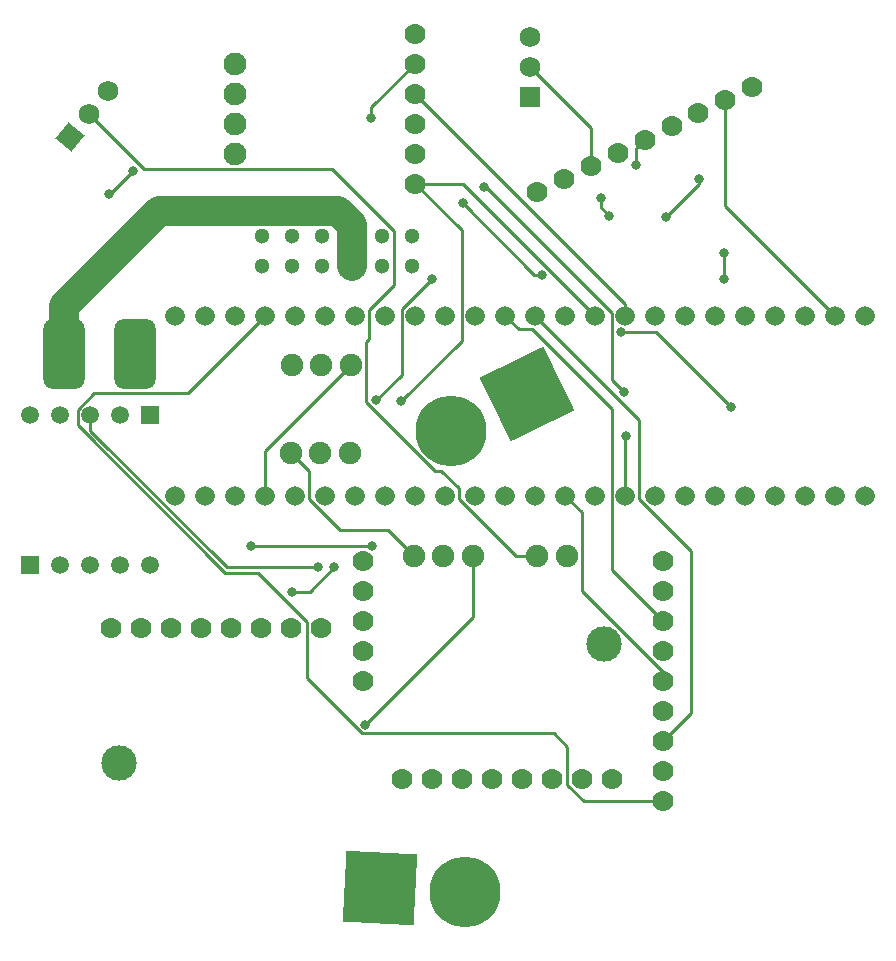
<source format=gtl>
%TF.GenerationSoftware,KiCad,Pcbnew,7.0.9*%
%TF.CreationDate,2024-01-17T22:54:14-05:00*%
%TF.ProjectId,payload24,7061796c-6f61-4643-9234-2e6b69636164,2*%
%TF.SameCoordinates,Original*%
%TF.FileFunction,Copper,L1,Top*%
%TF.FilePolarity,Positive*%
%FSLAX46Y46*%
G04 Gerber Fmt 4.6, Leading zero omitted, Abs format (unit mm)*
G04 Created by KiCad (PCBNEW 7.0.9) date 2024-01-17 22:54:14*
%MOMM*%
%LPD*%
G01*
G04 APERTURE LIST*
G04 Aperture macros list*
%AMRoundRect*
0 Rectangle with rounded corners*
0 $1 Rounding radius*
0 $2 $3 $4 $5 $6 $7 $8 $9 X,Y pos of 4 corners*
0 Add a 4 corners polygon primitive as box body*
4,1,4,$2,$3,$4,$5,$6,$7,$8,$9,$2,$3,0*
0 Add four circle primitives for the rounded corners*
1,1,$1+$1,$2,$3*
1,1,$1+$1,$4,$5*
1,1,$1+$1,$6,$7*
1,1,$1+$1,$8,$9*
0 Add four rect primitives between the rounded corners*
20,1,$1+$1,$2,$3,$4,$5,0*
20,1,$1+$1,$4,$5,$6,$7,0*
20,1,$1+$1,$6,$7,$8,$9,0*
20,1,$1+$1,$8,$9,$2,$3,0*%
%AMRotRect*
0 Rectangle, with rotation*
0 The origin of the aperture is its center*
0 $1 length*
0 $2 width*
0 $3 Rotation angle, in degrees counterclockwise*
0 Add horizontal line*
21,1,$1,$2,0,0,$3*%
G04 Aperture macros list end*
%TA.AperFunction,ComponentPad*%
%ADD10C,1.778000*%
%TD*%
%TA.AperFunction,ComponentPad*%
%ADD11C,3.000000*%
%TD*%
%TA.AperFunction,ComponentPad*%
%ADD12C,1.905000*%
%TD*%
%TA.AperFunction,ComponentPad*%
%ADD13RoundRect,0.875000X0.875000X-2.125000X0.875000X2.125000X-0.875000X2.125000X-0.875000X-2.125000X0*%
%TD*%
%TA.AperFunction,ComponentPad*%
%ADD14C,6.000000*%
%TD*%
%TA.AperFunction,ComponentPad*%
%ADD15RotRect,6.000000X6.000000X206.000000*%
%TD*%
%TA.AperFunction,ComponentPad*%
%ADD16R,1.508000X1.508000*%
%TD*%
%TA.AperFunction,ComponentPad*%
%ADD17C,1.508000*%
%TD*%
%TA.AperFunction,ComponentPad*%
%ADD18C,1.930400*%
%TD*%
%TA.AperFunction,ComponentPad*%
%ADD19C,1.300000*%
%TD*%
%TA.AperFunction,ComponentPad*%
%ADD20RotRect,6.000000X6.000000X357.000000*%
%TD*%
%TA.AperFunction,ComponentPad*%
%ADD21RotRect,1.755000X1.755000X51.000000*%
%TD*%
%TA.AperFunction,ComponentPad*%
%ADD22C,1.755000*%
%TD*%
%TA.AperFunction,ComponentPad*%
%ADD23C,1.665000*%
%TD*%
%TA.AperFunction,ComponentPad*%
%ADD24R,1.755000X1.755000*%
%TD*%
%TA.AperFunction,ViaPad*%
%ADD25C,0.800000*%
%TD*%
%TA.AperFunction,Conductor*%
%ADD26C,0.250000*%
%TD*%
%TA.AperFunction,Conductor*%
%ADD27C,2.540000*%
%TD*%
G04 APERTURE END LIST*
D10*
%TO.P,U8,1,Vin*%
%TO.N,3.3V-Teensy*%
X54344518Y-77134565D03*
%TO.P,U8,2,3Vo*%
%TO.N,unconnected-(U8-3Vo-Pad2)*%
X51804518Y-77134565D03*
%TO.P,U8,3,GND*%
%TO.N,GND - NMOS1*%
X49264518Y-77134565D03*
%TO.P,U8,4,SCL*%
%TO.N,SCL1*%
X46724518Y-77134565D03*
%TO.P,U8,5,SDO*%
%TO.N,unconnected-(U8-SDO-Pad5)*%
X44184518Y-77134565D03*
%TO.P,U8,6,SDA*%
%TO.N,SDA1*%
X41644518Y-77134565D03*
%TO.P,U8,7,CS*%
%TO.N,unconnected-(U8-CS-Pad7)*%
X39104518Y-77134565D03*
%TO.P,U8,8,INT*%
%TO.N,unconnected-(U8-INT-Pad8)*%
X36564518Y-77134565D03*
D11*
%TO.P,U8,P$1*%
%TO.N,N/C*%
X37199518Y-88564565D03*
%TD*%
D12*
%TO.P,J4,1,___PWM*%
%TO.N,/Open Signal*%
X51770372Y-62293844D03*
%TO.P,J4,2,___+*%
%TO.N,5V-Power Reg.*%
X54270372Y-62293844D03*
%TO.P,J4,3,___-*%
%TO.N,GND - NMOS1*%
X56770372Y-62293844D03*
%TD*%
D10*
%TO.P,U2,1,Vin*%
%TO.N,3.3V-Trinket*%
X61159000Y-89914000D03*
%TO.P,U2,2,3Vo*%
%TO.N,unconnected-(U2-3Vo-Pad2)*%
X63699000Y-89914000D03*
%TO.P,U2,3,GND*%
%TO.N,GND*%
X66239000Y-89914000D03*
%TO.P,U2,4,SCL*%
%TO.N,SCL3*%
X68779000Y-89914000D03*
%TO.P,U2,5,SDO*%
%TO.N,unconnected-(U2-SDO-Pad5)*%
X71319000Y-89914000D03*
%TO.P,U2,6,SDA*%
%TO.N,SDA3*%
X73859000Y-89914000D03*
%TO.P,U2,7,CS*%
%TO.N,unconnected-(U2-CS-Pad7)*%
X76399000Y-89914000D03*
%TO.P,U2,8,INT*%
%TO.N,unconnected-(U2-INT-Pad8)*%
X78939000Y-89914000D03*
D11*
%TO.P,U2,P$1*%
%TO.N,N/C*%
X78304000Y-78484000D03*
%TD*%
D13*
%TO.P,SW1,1,A*%
%TO.N,/.1in*%
X32532800Y-53950000D03*
%TO.P,SW1,2,B*%
%TO.N,/22.2V*%
X38526413Y-53950000D03*
%TD*%
D14*
%TO.P,U7,N,-*%
%TO.N,GND - NMOS1*%
X65320253Y-60498163D03*
D15*
%TO.P,U7,P,+*%
%TO.N,/22.2V*%
X71791571Y-57341891D03*
%TD*%
D16*
%TO.P,U13,1,BAT*%
%TO.N,5V-Power Reg.*%
X29699294Y-71810130D03*
D17*
%TO.P,U13,2,GND*%
%TO.N,GND*%
X32239294Y-71810130D03*
%TO.P,U13,3,4*%
%TO.N,unconnected-(U13-4-Pad3)*%
X34779294Y-71810130D03*
%TO.P,U13,4,3*%
%TO.N,unconnected-(U13-3-Pad4)*%
X37319294Y-71810130D03*
%TO.P,U13,5,RST*%
%TO.N,unconnected-(U13-RST-Pad5)*%
X39859294Y-71810130D03*
%TO.P,U13,6,USB*%
%TO.N,unconnected-(U13-USB-Pad6)*%
X29699294Y-59135130D03*
%TO.P,U13,7,0*%
%TO.N,SDA3*%
X32239294Y-59135130D03*
%TO.P,U13,8,1*%
%TO.N,SCL3*%
X34779294Y-59135130D03*
%TO.P,U13,9,2*%
%TO.N,Power Signal*%
X37319294Y-59135130D03*
D16*
%TO.P,U13,10,3V*%
%TO.N,3.3V-Trinket*%
X39859294Y-59135130D03*
%TD*%
D12*
%TO.P,J3,1,1*%
%TO.N,GND - NMOS2*%
X72610880Y-71074127D03*
%TO.P,J3,2,2*%
%TO.N,5V-Power Reg.*%
X75110880Y-71074127D03*
%TD*%
D10*
%TO.P,U3,1,PPS*%
%TO.N,unconnected-(U3-PPS-Pad1)*%
X72577881Y-40236034D03*
%TO.P,U3,2,VIN*%
%TO.N,3.3V-Teensy1*%
X74860817Y-39122571D03*
%TO.P,U3,3,GND*%
%TO.N,GND - NMOS1*%
X77143754Y-38009108D03*
%TO.P,U3,4,RX*%
%TO.N,RX1*%
X79426691Y-36895646D03*
%TO.P,U3,5,TX*%
%TO.N,TX1*%
X81709628Y-35782183D03*
%TO.P,U3,6,FIX*%
%TO.N,unconnected-(U3-FIX-Pad6)*%
X83992565Y-34668720D03*
%TO.P,U3,7,VBAT*%
%TO.N,unconnected-(U3-VBAT-Pad7)*%
X86275502Y-33555258D03*
%TO.P,U3,8,EN*%
%TO.N,EN1*%
X88558439Y-32441795D03*
%TO.P,U3,9,3.3V*%
%TO.N,unconnected-(U3-3.3V-Pad9)*%
X90841376Y-31328332D03*
%TD*%
%TO.P,U14,1,Vin*%
%TO.N,3.3V-Teensy*%
X62259239Y-39521461D03*
%TO.P,U14,2,3v*%
%TO.N,unconnected-(U14-3v-Pad2)*%
X62259239Y-36981461D03*
%TO.P,U14,3,GND*%
%TO.N,GND - NMOS1*%
X62259239Y-34441461D03*
%TO.P,U14,4,SCL*%
%TO.N,SCL2*%
X62259239Y-31901461D03*
%TO.P,U14,5,SDA*%
%TO.N,SDA2*%
X62259239Y-29361461D03*
%TO.P,U14,6,RST*%
%TO.N,RST2*%
X62259239Y-26821461D03*
D18*
%TO.P,U14,7,INT*%
%TO.N,unconnected-(U14-INT-Pad7)*%
X47019239Y-36981461D03*
%TO.P,U14,8,ADR*%
%TO.N,unconnected-(U14-ADR-Pad8)*%
X47019239Y-34441461D03*
%TO.P,U14,9,PS0*%
%TO.N,unconnected-(U14-PS0-Pad9)*%
X47019239Y-31901461D03*
%TO.P,U14,10,PS1*%
%TO.N,unconnected-(U14-PS1-Pad10)*%
X47019239Y-29361461D03*
%TD*%
D12*
%TO.P,J1,1,___PWM*%
%TO.N,/Retention  Signal*%
X56826723Y-54902201D03*
%TO.P,J1,2,___+*%
%TO.N,5V-Power Reg.*%
X54326723Y-54902201D03*
%TO.P,J1,3,___-*%
%TO.N,GND - NMOS1*%
X51826723Y-54902201D03*
%TD*%
%TO.P,J2,1,___PWM*%
%TO.N,/Open Signal*%
X62148487Y-71024550D03*
%TO.P,J2,2,___+*%
%TO.N,5V-Power Reg.*%
X64648487Y-71024550D03*
%TO.P,J2,3,___-*%
%TO.N,GND - NMOS1*%
X67148487Y-71024550D03*
%TD*%
D10*
%TO.P,U4,1,VIN*%
%TO.N,5V-Power Reg.*%
X83252577Y-71461024D03*
%TO.P,U4,2,GND*%
%TO.N,GND - NMOS1*%
X83252577Y-74001024D03*
%TO.P,U4,3,EN*%
%TO.N,EN2*%
X83252577Y-76541024D03*
%TO.P,U4,4,G0*%
%TO.N,G0*%
X83252577Y-79081024D03*
%TO.P,U4,5,SCK*%
%TO.N,SCK*%
X83252577Y-81621024D03*
%TO.P,U4,6,MISO*%
%TO.N,MISO*%
X83252577Y-84161024D03*
%TO.P,U4,7,MOSI*%
%TO.N,MOSI*%
X83252577Y-86701024D03*
%TO.P,U4,8,CS*%
%TO.N,CS*%
X83252577Y-89241024D03*
%TO.P,U4,9,RST*%
%TO.N,RST3*%
X83252577Y-91781024D03*
%TO.P,U4,10,G1*%
%TO.N,unconnected-(U4-G1-Pad10)*%
X57852577Y-71461024D03*
%TO.P,U4,11,G2*%
%TO.N,unconnected-(U4-G2-Pad11)*%
X57852577Y-74001024D03*
%TO.P,U4,12,G3*%
%TO.N,unconnected-(U4-G3-Pad12)*%
X57852577Y-76541024D03*
%TO.P,U4,13,G4*%
%TO.N,unconnected-(U4-G4-Pad13)*%
X57852577Y-79081024D03*
%TO.P,U4,14,G5*%
%TO.N,unconnected-(U4-G5-Pad14)*%
X57852577Y-81621024D03*
%TD*%
D19*
%TO.P,U5,1,PG*%
%TO.N,unconnected-(U5-PG-Pad1)*%
X62029875Y-43918660D03*
%TO.P,U5,2,EN*%
%TO.N,unconnected-(U5-EN-Pad2)*%
X62029875Y-46458660D03*
%TO.P,U5,3,VRP*%
%TO.N,unconnected-(U5-VRP-Pad3)*%
X59489875Y-46458660D03*
X59489875Y-43918660D03*
%TO.P,U5,4,VIN*%
%TO.N,/.1in*%
X56949875Y-46458660D03*
X56949875Y-43918660D03*
%TO.P,U5,5,GND*%
%TO.N,GND*%
X54409875Y-46458660D03*
X54409875Y-43918660D03*
X51869875Y-46458660D03*
X51869875Y-43918660D03*
%TO.P,U5,6,VOUT*%
%TO.N,5V-Power Reg.*%
X49329875Y-46458660D03*
X49329875Y-43918660D03*
%TD*%
D14*
%TO.P,U6,N,-*%
%TO.N,GND*%
X66491412Y-99531528D03*
D20*
%TO.P,U6,P,+*%
%TO.N,/22.2V*%
X59301280Y-99154710D03*
%TD*%
D21*
%TO.P,Q2,1*%
%TO.N,Net-(Q2-Pad1)*%
X33094386Y-35601866D03*
D22*
%TO.P,Q2,2*%
%TO.N,GND - NMOS2*%
X34692860Y-33627915D03*
%TO.P,Q2,3*%
%TO.N,GND*%
X36291334Y-31653964D03*
%TD*%
D23*
%TO.P,U1,0,PWM|CRX2|CS1|RX1*%
%TO.N,RX1*%
X44517848Y-50719301D03*
%TO.P,U1,1,PWM|CTX2|MISO1|TX1*%
%TO.N,TX1*%
X47057848Y-50719301D03*
%TO.P,U1,2,PWM|OUT2*%
%TO.N,RST3*%
X49597848Y-50719301D03*
%TO.P,U1,3,PWM|LRCLK2*%
%TO.N,unconnected-(U1-PWM|LRCLK2-Pad3)*%
X52137848Y-50719301D03*
%TO.P,U1,3.3V1,3.3V*%
%TO.N,3.3V-Teensy*%
X77537848Y-50719301D03*
%TO.P,U1,3.3V2,3.3V(250mA_max)*%
%TO.N,3.3V-Teensy1*%
X47057848Y-65959301D03*
%TO.P,U1,4,PWM|BCLK2*%
%TO.N,unconnected-(U1-PWM|BCLK2-Pad4)*%
X54677848Y-50719301D03*
%TO.P,U1,5,PWM|IN2*%
%TO.N,unconnected-(U1-PWM|IN2-Pad5)*%
X57217848Y-50719301D03*
%TO.P,U1,6,PWM|OUT1D*%
%TO.N,unconnected-(U1-PWM|OUT1D-Pad6)*%
X59757848Y-50719301D03*
%TO.P,U1,7,PWM|OUT1A|RX2*%
%TO.N,unconnected-(U1-PWM|OUT1A|RX2-Pad7)*%
X62297848Y-50719301D03*
%TO.P,U1,8,PWM|IN1|TX2*%
%TO.N,unconnected-(U1-PWM|IN1|TX2-Pad8)*%
X64837848Y-50719301D03*
%TO.P,U1,9,PWM|OUT1C*%
%TO.N,unconnected-(U1-PWM|OUT1C-Pad9)*%
X67377848Y-50719301D03*
%TO.P,U1,10,PWM|MQSR|CS*%
%TO.N,EN2*%
X69917848Y-50719301D03*
%TO.P,U1,11,PWM|CTX1|MOSI*%
%TO.N,MOSI*%
X72457848Y-50719301D03*
%TO.P,U1,12,PWM|MQSL|MISO*%
%TO.N,MISO*%
X74997848Y-50719301D03*
%TO.P,U1,13,(LED)SCK*%
%TO.N,SCK*%
X74997848Y-65959301D03*
%TO.P,U1,14,A0|TX3|S/PDIF_OUT|PWM*%
%TO.N,/Open Signal*%
X72457848Y-65959301D03*
%TO.P,U1,15,A1|RX3|S/PDIF_IN|PWM*%
%TO.N,unconnected-(U1-A1|RX3|S{slash}PDIF_IN|PWM-Pad15)*%
X69917848Y-65959301D03*
%TO.P,U1,16,A2|RX4|SCL1*%
%TO.N,SCL1*%
X67377848Y-65959301D03*
%TO.P,U1,17,A3|TX4|SDA1*%
%TO.N,SDA1*%
X64837848Y-65959301D03*
%TO.P,U1,18,A4|SDA|PWM*%
%TO.N,unconnected-(U1-A4|SDA|PWM-Pad18)*%
X62297848Y-65959301D03*
%TO.P,U1,19,A5|SCL|PWM*%
%TO.N,unconnected-(U1-A5|SCL|PWM-Pad19)*%
X59757848Y-65959301D03*
%TO.P,U1,20,A6|TX5|LRCLK1*%
%TO.N,unconnected-(U1-A6|TX5|LRCLK1-Pad20)*%
X57217848Y-65959301D03*
%TO.P,U1,21,A7|RX5|BCLK1*%
%TO.N,unconnected-(U1-A7|RX5|BCLK1-Pad21)*%
X54677848Y-65959301D03*
%TO.P,U1,22,A8|CTX1|PWM*%
%TO.N,unconnected-(U1-A8|CTX1|PWM-Pad22)*%
X52137848Y-65959301D03*
%TO.P,U1,23,A9|CRX1|MCLK1|PWM*%
%TO.N,/Retention  Signal*%
X49597848Y-65959301D03*
%TO.P,U1,24,PWM|SCL2|TX6|A10*%
%TO.N,SCL2*%
X80077848Y-50719301D03*
%TO.P,U1,25,PWM|SDA2|RX6|A11*%
%TO.N,SDA2*%
X82617848Y-50719301D03*
%TO.P,U1,26,MOSI1|A12*%
%TO.N,unconnected-(U1-MOSI1|A12-Pad26)*%
X85157848Y-50719301D03*
%TO.P,U1,27,SCK1|A13*%
%TO.N,unconnected-(U1-SCK1|A13-Pad27)*%
X87697848Y-50719301D03*
%TO.P,U1,28,PWM|RX7*%
%TO.N,PixHawk Signal*%
X90237848Y-50719301D03*
%TO.P,U1,29,PWM|TX7*%
%TO.N,unconnected-(U1-PWM|TX7-Pad29)*%
X92777848Y-50719301D03*
%TO.P,U1,30,CRX3*%
%TO.N,G0*%
X95317848Y-50719301D03*
%TO.P,U1,31,CTX3*%
%TO.N,EN1*%
X97857848Y-50719301D03*
%TO.P,U1,32,OUT1B*%
%TO.N,unconnected-(U1-OUT1B-Pad32)*%
X100397848Y-50719301D03*
%TO.P,U1,33,MCLK2|PWM*%
%TO.N,unconnected-(U1-MCLK2|PWM-Pad33)*%
X100397848Y-65959301D03*
%TO.P,U1,34,RX8*%
%TO.N,unconnected-(U1-RX8-Pad34)*%
X97857848Y-65959301D03*
%TO.P,U1,35,TX8*%
%TO.N,unconnected-(U1-TX8-Pad35)*%
X95317848Y-65959301D03*
%TO.P,U1,36,CS|PWM*%
%TO.N,CS*%
X92777848Y-65959301D03*
%TO.P,U1,37,CS|PWM*%
%TO.N,unconnected-(U1-CS|PWM-Pad37)*%
X90237848Y-65959301D03*
%TO.P,U1,38,A14|CS1|IN1*%
%TO.N,unconnected-(U1-A14|CS1|IN1-Pad38)*%
X87697848Y-65959301D03*
%TO.P,U1,39,A15|MISO1|OUT1A*%
%TO.N,unconnected-(U1-A15|MISO1|OUT1A-Pad39)*%
X85157848Y-65959301D03*
%TO.P,U1,40,A16*%
%TO.N,unconnected-(U1-A16-Pad40)*%
X82617848Y-65959301D03*
%TO.P,U1,41,A17*%
%TO.N,RST2*%
X80077848Y-65959301D03*
%TO.P,U1,GND1,GND*%
%TO.N,GND - NMOS1*%
X41977848Y-50719301D03*
%TO.P,U1,GND2,GND*%
X77537848Y-65959301D03*
%TO.P,U1,GND3,GND*%
X44517848Y-65959301D03*
%TO.P,U1,Vin,Vin(3.6to5.5volts)*%
%TO.N,5V-Power Reg.*%
X41977848Y-65959301D03*
%TD*%
D24*
%TO.P,Q1,1*%
%TO.N,Net-(Q1-Pad1)*%
X72010000Y-32190000D03*
D22*
%TO.P,Q1,2*%
%TO.N,GND - NMOS1*%
X72010000Y-29650000D03*
%TO.P,Q1,3*%
%TO.N,GND*%
X72010000Y-27110000D03*
%TD*%
D25*
%TO.N,GND - NMOS1*%
X58082333Y-85317667D03*
%TO.N,Net-(Q1-Pad1)*%
X78690000Y-42242175D03*
X77980000Y-40750000D03*
%TO.N,Net-(Q2-Pad1)*%
X86340000Y-39140000D03*
X83500000Y-42350000D03*
%TO.N,PixHawk Signal*%
X88440000Y-47570000D03*
X88470000Y-45410000D03*
%TO.N,RX1*%
X38410000Y-38440000D03*
X36390000Y-40420000D03*
%TO.N,TX1*%
X80990000Y-37910000D03*
%TO.N,3.3V-Teensy*%
X61130000Y-57890000D03*
%TO.N,3.3V-Teensy1*%
X63690000Y-47605500D03*
X59002214Y-57857786D03*
%TO.N,MISO*%
X79714742Y-52104504D03*
X89070000Y-58470000D03*
%TO.N,SDA1*%
X48425998Y-70214002D03*
X58603707Y-70175940D03*
%TO.N,SCL1*%
X55420000Y-72005500D03*
X51820000Y-74080000D03*
%TO.N,SDA2*%
X73020000Y-47230000D03*
X66310000Y-41160000D03*
X58590000Y-33990000D03*
%TO.N,RST2*%
X68110000Y-39790000D03*
X80000000Y-57200000D03*
X80150000Y-60890000D03*
%TO.N,SCL3*%
X54100000Y-72010000D03*
%TD*%
D26*
%TO.N,/Retention  Signal*%
X56826723Y-54902201D02*
X49597848Y-62131076D01*
X49597848Y-62131076D02*
X49597848Y-65959301D01*
%TO.N,GND - NMOS1*%
X77143754Y-34783754D02*
X72010000Y-29650000D01*
X77143754Y-38009108D02*
X77143754Y-34783754D01*
X67148487Y-76251513D02*
X67148487Y-71024550D01*
X58082333Y-85317667D02*
X67148487Y-76251513D01*
%TO.N,/Open Signal*%
X59983937Y-68860000D02*
X62148487Y-71024550D01*
X53295348Y-63818820D02*
X53295348Y-66213754D01*
X51770372Y-62293844D02*
X53295348Y-63818820D01*
X53295348Y-66213754D02*
X55941594Y-68860000D01*
X55941594Y-68860000D02*
X59983937Y-68860000D01*
%TO.N,GND - NMOS2*%
X55221735Y-38271661D02*
X60480000Y-43529926D01*
X58104223Y-57984394D02*
X58104223Y-54590000D01*
X58375348Y-50239848D02*
X58375348Y-52664652D01*
X65995348Y-65328511D02*
X64490000Y-63823163D01*
X72610880Y-71074127D02*
X70855721Y-71074127D01*
X65995348Y-66213754D02*
X65995348Y-65328511D01*
X39336606Y-38271661D02*
X55221735Y-38271661D01*
X58110000Y-54584223D02*
X58104223Y-54590000D01*
X34692860Y-33627915D02*
X39336606Y-38271661D01*
X58375348Y-52664652D02*
X58110000Y-52930000D01*
X70855721Y-71074127D02*
X65995348Y-66213754D01*
X63942992Y-63823163D02*
X58104223Y-57984394D01*
X58110000Y-54584223D02*
X58110000Y-52930000D01*
X60480000Y-48135196D02*
X58375348Y-50239848D01*
X64490000Y-63823163D02*
X63942992Y-63823163D01*
X60480000Y-43529926D02*
X60480000Y-48135196D01*
%TO.N,Net-(Q1-Pad1)*%
X77980000Y-40750000D02*
X77980000Y-41532175D01*
X77980000Y-41532175D02*
X78690000Y-42242175D01*
%TO.N,Net-(Q2-Pad1)*%
X86340000Y-39510000D02*
X86340000Y-39140000D01*
X83500000Y-42350000D02*
X86340000Y-39510000D01*
%TO.N,PixHawk Signal*%
X88440000Y-45440000D02*
X88470000Y-45410000D01*
X88440000Y-47570000D02*
X88440000Y-45440000D01*
D27*
%TO.N,/.1in*%
X32532800Y-53950000D02*
X32532800Y-49897200D01*
X32532800Y-49897200D02*
X40631340Y-41798660D01*
X40631340Y-41798660D02*
X55728660Y-41798660D01*
X56949875Y-43019875D02*
X56949875Y-46458660D01*
X55728660Y-41798660D02*
X56949875Y-43019875D01*
D26*
%TO.N,RX1*%
X38410000Y-38440000D02*
X36430000Y-40420000D01*
X36430000Y-40420000D02*
X36390000Y-40420000D01*
%TO.N,TX1*%
X80990000Y-37910000D02*
X80990000Y-36501811D01*
X80990000Y-36501811D02*
X81709628Y-35782183D01*
%TO.N,RST3*%
X83252577Y-91781024D02*
X76549168Y-91781024D01*
X57782028Y-86042667D02*
X53130518Y-81391157D01*
X33700294Y-59986690D02*
X33700294Y-58688193D01*
X74007333Y-86042667D02*
X57782028Y-86042667D01*
X75185000Y-87220334D02*
X74007333Y-86042667D01*
X35113487Y-57275000D02*
X43042149Y-57275000D01*
X53130518Y-76631709D02*
X48958809Y-72460000D01*
X33700294Y-58688193D02*
X35113487Y-57275000D01*
X53130518Y-81391157D02*
X53130518Y-76631709D01*
X76549168Y-91781024D02*
X75185000Y-90416856D01*
X43042149Y-57275000D02*
X49597848Y-50719301D01*
X46173604Y-72460000D02*
X33700294Y-59986690D01*
X48958809Y-72460000D02*
X46173604Y-72460000D01*
X75185000Y-90416856D02*
X75185000Y-87220334D01*
%TO.N,3.3V-Teensy*%
X66220348Y-43482570D02*
X62259239Y-39521461D01*
X66220348Y-52799652D02*
X66220348Y-43482570D01*
X66340008Y-39521461D02*
X77537848Y-50719301D01*
X61130000Y-57890000D02*
X66220348Y-52799652D01*
X62259239Y-39521461D02*
X66340008Y-39521461D01*
%TO.N,3.3V-Teensy1*%
X61140348Y-50155152D02*
X61140348Y-55719652D01*
X63690000Y-47605500D02*
X61140348Y-50155152D01*
X61140348Y-55719652D02*
X59002214Y-57857786D01*
%TO.N,EN2*%
X78920348Y-58618282D02*
X72152066Y-51850000D01*
X83252577Y-76541024D02*
X78920348Y-72208795D01*
X71048547Y-51850000D02*
X69917848Y-50719301D01*
X78920348Y-72208795D02*
X78920348Y-58618282D01*
X72152066Y-51850000D02*
X71048547Y-51850000D01*
%TO.N,MOSI*%
X85640000Y-84313601D02*
X85640000Y-70618406D01*
X81235348Y-66213754D02*
X81235348Y-59496801D01*
X83252577Y-86701024D02*
X85640000Y-84313601D01*
X85640000Y-70618406D02*
X81235348Y-66213754D01*
X81235348Y-59496801D02*
X72457848Y-50719301D01*
%TO.N,MISO*%
X89070000Y-58470000D02*
X82704504Y-52104504D01*
X82704504Y-52104504D02*
X79714742Y-52104504D01*
%TO.N,SCK*%
X76388380Y-73987440D02*
X76388380Y-67349833D01*
X83252577Y-81621024D02*
X83252577Y-80851637D01*
X74997848Y-65959301D02*
X76388380Y-67349833D01*
X83252577Y-80851637D02*
X76388380Y-73987440D01*
%TO.N,SDA1*%
X53392473Y-70175940D02*
X58603707Y-70175940D01*
X53354411Y-70214002D02*
X53392473Y-70175940D01*
X48425998Y-70214002D02*
X53354411Y-70214002D01*
%TO.N,SCL1*%
X53345500Y-74080000D02*
X51820000Y-74080000D01*
X55420000Y-72005500D02*
X53345500Y-74080000D01*
%TO.N,SCL2*%
X62259239Y-31901461D02*
X80077848Y-49720070D01*
X80077848Y-49720070D02*
X80077848Y-50719301D01*
%TO.N,SDA2*%
X58590000Y-33030700D02*
X62259239Y-29361461D01*
X58590000Y-33990000D02*
X58590000Y-33030700D01*
X66310000Y-41160000D02*
X72380000Y-47230000D01*
X72380000Y-47230000D02*
X73020000Y-47230000D01*
%TO.N,EN1*%
X88558439Y-32441795D02*
X88558439Y-41419892D01*
X88558439Y-41419892D02*
X97857848Y-50719301D01*
%TO.N,RST2*%
X78920348Y-50464848D02*
X78920348Y-56120348D01*
X80077848Y-60962152D02*
X80077848Y-65959301D01*
X80150000Y-60890000D02*
X80077848Y-60962152D01*
X68110000Y-39790000D02*
X68245500Y-39790000D01*
X78920348Y-56120348D02*
X80000000Y-57200000D01*
X68245500Y-39790000D02*
X78920348Y-50464848D01*
%TO.N,SCL3*%
X34779294Y-60429294D02*
X34779294Y-59135130D01*
X46360000Y-72010000D02*
X34779294Y-60429294D01*
X54100000Y-72010000D02*
X46360000Y-72010000D01*
%TD*%
M02*

</source>
